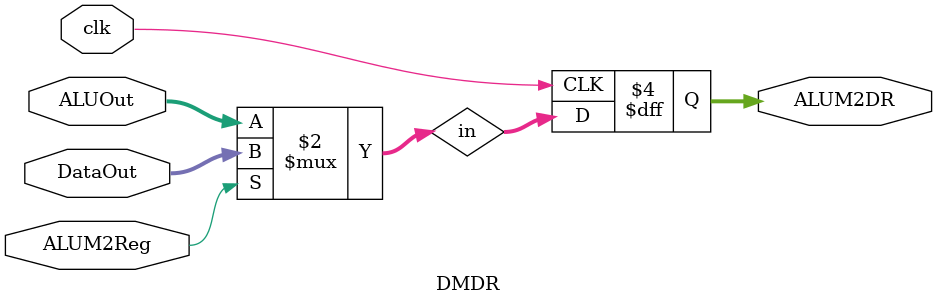
<source format=v>
`timescale 1ns / 1ps
module DMDR(clk,
				ALUOut,
				DataOut,
				ALUM2Reg,
				ALUM2DR);
	input clk, ALUM2Reg;
	input [31:0] ALUOut, DataOut;
	output reg[31:0] ALUM2DR;

	wire[31:0] in;
	
	assign in = (ALUM2Reg == 0) ? ALUOut : DataOut;
	always @(posedge clk)
		begin
			ALUM2DR = in;
		end
	
endmodule

</source>
